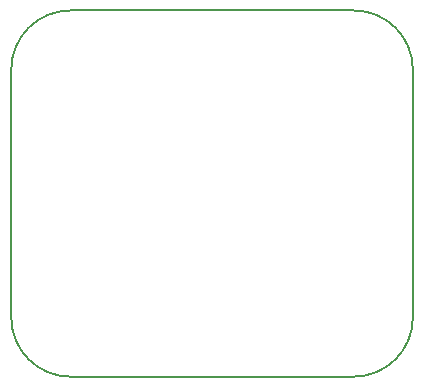
<source format=gbr>
%TF.GenerationSoftware,KiCad,Pcbnew,9.0.1*%
%TF.CreationDate,2025-06-15T21:57:09+03:00*%
%TF.ProjectId,mp3_player,6d70335f-706c-4617-9965-722e6b696361,rev?*%
%TF.SameCoordinates,Original*%
%TF.FileFunction,Profile,NP*%
%FSLAX46Y46*%
G04 Gerber Fmt 4.6, Leading zero omitted, Abs format (unit mm)*
G04 Created by KiCad (PCBNEW 9.0.1) date 2025-06-15 21:57:09*
%MOMM*%
%LPD*%
G01*
G04 APERTURE LIST*
%TA.AperFunction,Profile*%
%ADD10C,0.200000*%
%TD*%
G04 APERTURE END LIST*
D10*
X66600847Y-55299766D02*
G75*
G02*
X61600847Y-60299766I-5000000J0D01*
G01*
X32600847Y-55299766D02*
X32600847Y-34299766D01*
X37600847Y-29299766D02*
X61600847Y-29299766D01*
X66600847Y-34299766D02*
X66600847Y-55299766D01*
X61600847Y-29299766D02*
G75*
G02*
X66600847Y-34299766I0J-5000000D01*
G01*
X61600847Y-60299766D02*
X37600847Y-60299766D01*
X32600847Y-34299766D02*
G75*
G02*
X37600847Y-29299766I5000000J0D01*
G01*
X37600847Y-60299766D02*
G75*
G02*
X32600847Y-55299766I0J5000000D01*
G01*
M02*

</source>
